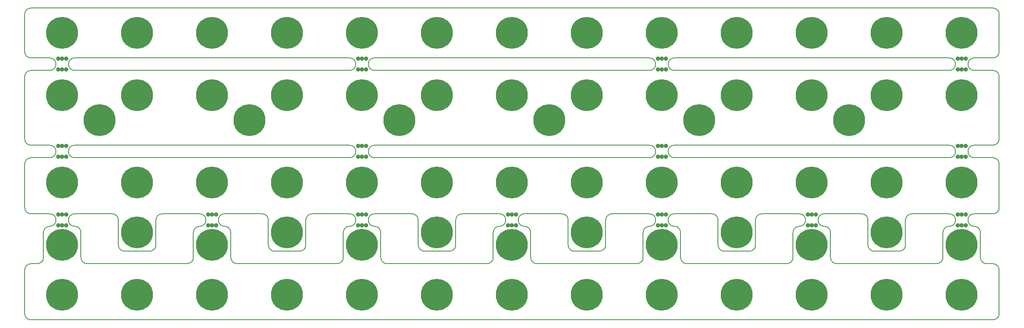
<source format=gbs>
G04 #@! TF.FileFunction,Soldermask,Bot*
%FSLAX46Y46*%
G04 Gerber Fmt 4.6, Leading zero omitted, Abs format (unit mm)*
G04 Created by KiCad (PCBNEW 4.0.1-3.201512221401+6198~38~ubuntu15.10.1-stable) date Sun Feb 21 18:20:38 2016*
%MOMM*%
G01*
G04 APERTURE LIST*
%ADD10C,0.101600*%
%ADD11C,0.150000*%
%ADD12C,6.496000*%
%ADD13C,0.900000*%
G04 APERTURE END LIST*
D10*
D11*
X0Y10160000D02*
X0Y1270000D01*
X1270000Y11430000D02*
X2540000Y11430000D01*
X1270000Y11430000D02*
G75*
G03X0Y10160000I0J-1270000D01*
G01*
X2540000Y11430000D02*
G75*
G03X3810000Y12700000I0J1270000D01*
G01*
X196850000Y11430000D02*
X195580000Y11430000D01*
X198120000Y10160000D02*
G75*
G03X196850000Y11430000I-1270000J0D01*
G01*
X198120000Y1270000D02*
X198120000Y10160000D01*
X194310000Y12700000D02*
G75*
G03X195580000Y11430000I1270000J0D01*
G01*
X5080000Y50800000D02*
G75*
G03X5080000Y53340000I0J1270000D01*
G01*
X10160000Y53340000D02*
G75*
G03X10160000Y50800000I0J-1270000D01*
G01*
X5080000Y50800000D02*
X1270000Y50800000D01*
X1270000Y53340000D02*
X5080000Y53340000D01*
X5080000Y21590000D02*
X1270000Y21590000D01*
X5080000Y19050000D02*
G75*
G03X5080000Y21590000I0J1270000D01*
G01*
X10160000Y21590000D02*
G75*
G03X10160000Y19050000I0J-1270000D01*
G01*
X10160000Y35560000D02*
G75*
G03X10160000Y33020000I0J-1270000D01*
G01*
X5080000Y33020000D02*
G75*
G03X5080000Y35560000I0J1270000D01*
G01*
X5080000Y33020000D02*
X1270000Y33020000D01*
X1270000Y35560000D02*
X5080000Y35560000D01*
X17780000Y21590000D02*
X10160000Y21590000D01*
X19050000Y20320000D02*
G75*
G03X17780000Y21590000I-1270000J0D01*
G01*
X11430000Y17780000D02*
G75*
G03X10160000Y19050000I-1270000J0D01*
G01*
X11430000Y12700000D02*
X11430000Y17780000D01*
X19050000Y15240000D02*
X19050000Y20320000D01*
X11430000Y12700000D02*
G75*
G03X12700000Y11430000I1270000J0D01*
G01*
X19050000Y15240000D02*
G75*
G03X20320000Y13970000I1270000J0D01*
G01*
X33020000Y11430000D02*
X12700000Y11430000D01*
X25400000Y13970000D02*
X20320000Y13970000D01*
X66040000Y33020000D02*
G75*
G03X66040000Y35560000I0J1270000D01*
G01*
X71120000Y35560000D02*
G75*
G03X71120000Y33020000I0J-1270000D01*
G01*
X127000000Y33020000D02*
G75*
G03X127000000Y35560000I0J1270000D01*
G01*
X132080000Y35560000D02*
G75*
G03X132080000Y33020000I0J-1270000D01*
G01*
X187960000Y33020000D02*
G75*
G03X187960000Y35560000I0J1270000D01*
G01*
X193040000Y35560000D02*
G75*
G03X193040000Y33020000I0J-1270000D01*
G01*
X193040000Y53340000D02*
G75*
G03X193040000Y50800000I0J-1270000D01*
G01*
X187960000Y50800000D02*
G75*
G03X187960000Y53340000I0J1270000D01*
G01*
X132080000Y53340000D02*
G75*
G03X132080000Y50800000I0J-1270000D01*
G01*
X127000000Y50800000D02*
G75*
G03X127000000Y53340000I0J1270000D01*
G01*
X71120000Y53340000D02*
G75*
G03X71120000Y50800000I0J-1270000D01*
G01*
X66040000Y50800000D02*
G75*
G03X66040000Y53340000I0J1270000D01*
G01*
X1270000Y63500000D02*
G75*
G03X0Y62230000I0J-1270000D01*
G01*
X0Y62230000D02*
X0Y54610000D01*
X196850000Y63500000D02*
X1270000Y63500000D01*
X198120000Y62230000D02*
X198120000Y54610000D01*
X198120000Y62230000D02*
G75*
G03X196850000Y63500000I-1270000J0D01*
G01*
X196850000Y53340000D02*
G75*
G03X198120000Y54610000I0J1270000D01*
G01*
X198120000Y49530000D02*
X198120000Y36830000D01*
X196850000Y35560000D02*
G75*
G03X198120000Y36830000I0J1270000D01*
G01*
X198120000Y49530000D02*
G75*
G03X196850000Y50800000I-1270000J0D01*
G01*
X0Y49530000D02*
X0Y36830000D01*
X0Y36830000D02*
G75*
G03X1270000Y35560000I1270000J0D01*
G01*
X0Y54610000D02*
G75*
G03X1270000Y53340000I1270000J0D01*
G01*
X1270000Y50800000D02*
G75*
G03X0Y49530000I0J-1270000D01*
G01*
X193040000Y33020000D02*
X196850000Y33020000D01*
X132080000Y33020000D02*
X187960000Y33020000D01*
X71120000Y33020000D02*
X127000000Y33020000D01*
X10160000Y33020000D02*
X66040000Y33020000D01*
X193040000Y53340000D02*
X196850000Y53340000D01*
X132080000Y53340000D02*
X187960000Y53340000D01*
X71120000Y53340000D02*
X127000000Y53340000D01*
X66040000Y53340000D02*
X10160000Y53340000D01*
X66040000Y35560000D02*
X10160000Y35560000D01*
X127000000Y35560000D02*
X71120000Y35560000D01*
X187960000Y35560000D02*
X132080000Y35560000D01*
X193040000Y35560000D02*
X196850000Y35560000D01*
X193040000Y50800000D02*
X196850000Y50800000D01*
X132080000Y50800000D02*
X187960000Y50800000D01*
X71120000Y50800000D02*
X127000000Y50800000D01*
X10160000Y50800000D02*
X66040000Y50800000D01*
X196850000Y21590000D02*
X193040000Y21590000D01*
X185420000Y11430000D02*
X165100000Y11430000D01*
X186690000Y17780000D02*
X186690000Y12700000D01*
X180340000Y21590000D02*
X187960000Y21590000D01*
X179070000Y15240000D02*
X179070000Y20320000D01*
X172720000Y13970000D02*
X177800000Y13970000D01*
X163830000Y17780000D02*
X163830000Y12700000D01*
X171450000Y20320000D02*
X171450000Y15240000D01*
X162560000Y21590000D02*
X170180000Y21590000D01*
X156210000Y17780000D02*
X156210000Y12700000D01*
X149860000Y21590000D02*
X157480000Y21590000D01*
X148590000Y15240000D02*
X148590000Y20320000D01*
X147320000Y13970000D02*
X142240000Y13970000D01*
X134620000Y11430000D02*
X154940000Y11430000D01*
X140970000Y15240000D02*
X140970000Y20320000D01*
X133350000Y17780000D02*
X133350000Y12700000D01*
X132080000Y21590000D02*
X139700000Y21590000D01*
X119380000Y21590000D02*
X127000000Y21590000D01*
X125730000Y17780000D02*
X125730000Y12700000D01*
X118110000Y15240000D02*
X118110000Y20320000D01*
X124460000Y11430000D02*
X104140000Y11430000D01*
X111760000Y13970000D02*
X116840000Y13970000D01*
X110490000Y15240000D02*
X110490000Y20320000D01*
X102870000Y17780000D02*
X102870000Y12700000D01*
X101600000Y21590000D02*
X109220000Y21590000D01*
X88900000Y21590000D02*
X96520000Y21590000D01*
X95250000Y17780000D02*
X95250000Y12700000D01*
X87630000Y15240000D02*
X87630000Y20320000D01*
X93980000Y11430000D02*
X73660000Y11430000D01*
X81280000Y13970000D02*
X86360000Y13970000D01*
X80010000Y20320000D02*
X80010000Y15240000D01*
X72390000Y17780000D02*
X72390000Y12700000D01*
X71120000Y21590000D02*
X78740000Y21590000D01*
X66040000Y21590000D02*
X58420000Y21590000D01*
X64770000Y17780000D02*
X64770000Y12700000D01*
X57150000Y20320000D02*
X57150000Y15240000D01*
X43180000Y11430000D02*
X63500000Y11430000D01*
X50800000Y13970000D02*
X55880000Y13970000D01*
X41910000Y17780000D02*
X41910000Y12700000D01*
X49530000Y20320000D02*
X49530000Y15240000D01*
X40640000Y21590000D02*
X48260000Y21590000D01*
X27940000Y21590000D02*
X35560000Y21590000D01*
X34290000Y17780000D02*
X34290000Y12700000D01*
X26670000Y20320000D02*
X26670000Y15240000D01*
X3810000Y17780000D02*
X3810000Y12700000D01*
X0Y31750000D02*
X0Y22860000D01*
X194310000Y12700000D02*
X194310000Y17780000D01*
X1270000Y0D02*
X196850000Y0D01*
X198120000Y22860000D02*
X198120000Y31750000D01*
X1270000Y33020000D02*
G75*
G03X0Y31750000I0J-1270000D01*
G01*
X0Y1270000D02*
G75*
G03X1270000Y0I1270000J0D01*
G01*
X5080000Y19050000D02*
G75*
G03X3810000Y17780000I0J-1270000D01*
G01*
X0Y22860000D02*
G75*
G03X1270000Y21590000I1270000J0D01*
G01*
X33020000Y11430000D02*
G75*
G03X34290000Y12700000I0J1270000D01*
G01*
X25400000Y13970000D02*
G75*
G03X26670000Y15240000I0J1270000D01*
G01*
X27940000Y21590000D02*
G75*
G03X26670000Y20320000I0J-1270000D01*
G01*
X35560000Y19050000D02*
G75*
G03X34290000Y17780000I0J-1270000D01*
G01*
X41910000Y12700000D02*
G75*
G03X43180000Y11430000I1270000J0D01*
G01*
X49530000Y15240000D02*
G75*
G03X50800000Y13970000I1270000J0D01*
G01*
X41910000Y17780000D02*
G75*
G03X40640000Y19050000I-1270000J0D01*
G01*
X49530000Y20320000D02*
G75*
G03X48260000Y21590000I-1270000J0D01*
G01*
X63500000Y11430000D02*
G75*
G03X64770000Y12700000I0J1270000D01*
G01*
X55880000Y13970000D02*
G75*
G03X57150000Y15240000I0J1270000D01*
G01*
X58420000Y21590000D02*
G75*
G03X57150000Y20320000I0J-1270000D01*
G01*
X66040000Y19050000D02*
G75*
G03X64770000Y17780000I0J-1270000D01*
G01*
X72390000Y12700000D02*
G75*
G03X73660000Y11430000I1270000J0D01*
G01*
X80010000Y15240000D02*
G75*
G03X81280000Y13970000I1270000J0D01*
G01*
X72390000Y17780000D02*
G75*
G03X71120000Y19050000I-1270000J0D01*
G01*
X80010000Y20320000D02*
G75*
G03X78740000Y21590000I-1270000J0D01*
G01*
X93980000Y11430000D02*
G75*
G03X95250000Y12700000I0J1270000D01*
G01*
X86360000Y13970000D02*
G75*
G03X87630000Y15240000I0J1270000D01*
G01*
X88900000Y21590000D02*
G75*
G03X87630000Y20320000I0J-1270000D01*
G01*
X96520000Y19050000D02*
G75*
G03X95250000Y17780000I0J-1270000D01*
G01*
X102870000Y12700000D02*
G75*
G03X104140000Y11430000I1270000J0D01*
G01*
X110490000Y15240000D02*
G75*
G03X111760000Y13970000I1270000J0D01*
G01*
X102870000Y17780000D02*
G75*
G03X101600000Y19050000I-1270000J0D01*
G01*
X110490000Y20320000D02*
G75*
G03X109220000Y21590000I-1270000J0D01*
G01*
X124460000Y11430000D02*
G75*
G03X125730000Y12700000I0J1270000D01*
G01*
X116840000Y13970000D02*
G75*
G03X118110000Y15240000I0J1270000D01*
G01*
X119380000Y21590000D02*
G75*
G03X118110000Y20320000I0J-1270000D01*
G01*
X127000000Y19050000D02*
G75*
G03X125730000Y17780000I0J-1270000D01*
G01*
X140970000Y20320000D02*
G75*
G03X139700000Y21590000I-1270000J0D01*
G01*
X133350000Y17780000D02*
G75*
G03X132080000Y19050000I-1270000J0D01*
G01*
X133350000Y12700000D02*
G75*
G03X134620000Y11430000I1270000J0D01*
G01*
X140970000Y15240000D02*
G75*
G03X142240000Y13970000I1270000J0D01*
G01*
X154940000Y11430000D02*
G75*
G03X156210000Y12700000I0J1270000D01*
G01*
X147320000Y13970000D02*
G75*
G03X148590000Y15240000I0J1270000D01*
G01*
X149860000Y21590000D02*
G75*
G03X148590000Y20320000I0J-1270000D01*
G01*
X157480000Y19050000D02*
G75*
G03X156210000Y17780000I0J-1270000D01*
G01*
X171450000Y20320000D02*
G75*
G03X170180000Y21590000I-1270000J0D01*
G01*
X163830000Y17780000D02*
G75*
G03X162560000Y19050000I-1270000J0D01*
G01*
X163830000Y12700000D02*
G75*
G03X165100000Y11430000I1270000J0D01*
G01*
X171450000Y15240000D02*
G75*
G03X172720000Y13970000I1270000J0D01*
G01*
X177800000Y13970000D02*
G75*
G03X179070000Y15240000I0J1270000D01*
G01*
X185420000Y11430000D02*
G75*
G03X186690000Y12700000I0J1270000D01*
G01*
X198120000Y31750000D02*
G75*
G03X196850000Y33020000I-1270000J0D01*
G01*
X196850000Y0D02*
G75*
G03X198120000Y1270000I0J1270000D01*
G01*
X194310000Y17780000D02*
G75*
G03X193040000Y19050000I-1270000J0D01*
G01*
X196850000Y21590000D02*
G75*
G03X198120000Y22860000I0J1270000D01*
G01*
X180340000Y21590000D02*
G75*
G03X179070000Y20320000I0J-1270000D01*
G01*
X187960000Y19050000D02*
G75*
G03X186690000Y17780000I0J-1270000D01*
G01*
X35560000Y19050000D02*
G75*
G03X35560000Y21590000I0J1270000D01*
G01*
X40640000Y21590000D02*
G75*
G03X40640000Y19050000I0J-1270000D01*
G01*
X66040000Y19050000D02*
G75*
G03X66040000Y21590000I0J1270000D01*
G01*
X71120000Y21590000D02*
G75*
G03X71120000Y19050000I0J-1270000D01*
G01*
X96520000Y19050000D02*
G75*
G03X96520000Y21590000I0J1270000D01*
G01*
X101600000Y21590000D02*
G75*
G03X101600000Y19050000I0J-1270000D01*
G01*
X127000000Y19050000D02*
G75*
G03X127000000Y21590000I0J1270000D01*
G01*
X132080000Y21590000D02*
G75*
G03X132080000Y19050000I0J-1270000D01*
G01*
X157480000Y19050000D02*
G75*
G03X157480000Y21590000I0J1270000D01*
G01*
X162560000Y21590000D02*
G75*
G03X162560000Y19050000I0J-1270000D01*
G01*
X193040000Y21590000D02*
G75*
G03X193040000Y19050000I0J-1270000D01*
G01*
X187960000Y19050000D02*
G75*
G03X187960000Y21590000I0J1270000D01*
G01*
D12*
X7620000Y5080000D03*
X7620000Y15240000D03*
X7620000Y27940000D03*
X7620000Y45720000D03*
X7620000Y58420000D03*
X38100000Y15240000D03*
X68580000Y15240000D03*
X99060000Y15240000D03*
X129540000Y15240000D03*
X160020000Y15240000D03*
X190500000Y15240000D03*
X22860000Y5080000D03*
X38100000Y5080000D03*
X53340000Y5080000D03*
X68580000Y5080000D03*
X83820000Y5080000D03*
X99060000Y5080000D03*
X114300000Y5080000D03*
X129540000Y5080000D03*
X144780000Y5080000D03*
X160020000Y5080000D03*
X175260000Y5080000D03*
X190500000Y5080000D03*
X22860000Y58420000D03*
X53340000Y58420000D03*
X83820000Y58420000D03*
X114300000Y58420000D03*
X144780000Y58420000D03*
X175260000Y58420000D03*
X38100000Y58420000D03*
X68580000Y58420000D03*
X99060000Y58420000D03*
X129540000Y58420000D03*
X160020000Y58420000D03*
X190500000Y58420000D03*
X22860000Y45720000D03*
X38100000Y45720000D03*
X53340000Y45720000D03*
X68580000Y45720000D03*
X83820000Y45720000D03*
X99060000Y45720000D03*
X114300000Y45720000D03*
X129540000Y45720000D03*
X144780000Y45720000D03*
X160020000Y45720000D03*
X175260000Y45720000D03*
X190500000Y45720000D03*
X15240000Y40640000D03*
X45720000Y40640000D03*
X76200000Y40640000D03*
X106680000Y40640000D03*
X137160000Y40640000D03*
X167640000Y40640000D03*
X22860000Y27940000D03*
X38100000Y27940000D03*
X53340000Y27940000D03*
X68580000Y27940000D03*
X83820000Y27940000D03*
X99060000Y27940000D03*
X114300000Y27940000D03*
X129540000Y27940000D03*
X144780000Y27940000D03*
X160020000Y27940000D03*
X175260000Y27940000D03*
X190500000Y27940000D03*
X22860000Y17780000D03*
X53340000Y17780000D03*
X83820000Y17780000D03*
X114300000Y17780000D03*
X144780000Y17780000D03*
X175260000Y17780000D03*
D13*
X7620000Y53170000D03*
X7620000Y50970000D03*
X8420000Y53170000D03*
X6820000Y53170000D03*
X6820000Y50970000D03*
X8420000Y50970000D03*
X68580000Y53170000D03*
X68580000Y50970000D03*
X69380000Y53170000D03*
X67780000Y53170000D03*
X67780000Y50970000D03*
X69380000Y50970000D03*
X129540000Y53170000D03*
X129540000Y50970000D03*
X130340000Y53170000D03*
X128740000Y53170000D03*
X128740000Y50970000D03*
X130340000Y50970000D03*
X190500000Y53170000D03*
X190500000Y50970000D03*
X191300000Y53170000D03*
X189700000Y53170000D03*
X189700000Y50970000D03*
X191300000Y50970000D03*
X7620000Y35390000D03*
X7620000Y33190000D03*
X8420000Y35390000D03*
X6820000Y35390000D03*
X6820000Y33190000D03*
X8420000Y33190000D03*
X68580000Y35390000D03*
X68580000Y33190000D03*
X69380000Y35390000D03*
X67780000Y35390000D03*
X67780000Y33190000D03*
X69380000Y33190000D03*
X129540000Y35390000D03*
X129540000Y33190000D03*
X130340000Y35390000D03*
X128740000Y35390000D03*
X128740000Y33190000D03*
X130340000Y33190000D03*
X190500000Y35390000D03*
X190500000Y33190000D03*
X191300000Y35390000D03*
X189700000Y35390000D03*
X189700000Y33190000D03*
X191300000Y33190000D03*
X7620000Y21420000D03*
X7620000Y19220000D03*
X8420000Y21420000D03*
X6820000Y21420000D03*
X6820000Y19220000D03*
X8420000Y19220000D03*
X38100000Y21420000D03*
X38100000Y19220000D03*
X38900000Y21420000D03*
X37300000Y21420000D03*
X37300000Y19220000D03*
X38900000Y19220000D03*
X68580000Y21420000D03*
X68580000Y19220000D03*
X69380000Y21420000D03*
X67780000Y21420000D03*
X67780000Y19220000D03*
X69380000Y19220000D03*
X99060000Y21420000D03*
X99060000Y19220000D03*
X99860000Y21420000D03*
X98260000Y21420000D03*
X98260000Y19220000D03*
X99860000Y19220000D03*
X129540000Y21420000D03*
X129540000Y19220000D03*
X130340000Y21420000D03*
X128740000Y21420000D03*
X128740000Y19220000D03*
X130340000Y19220000D03*
X160020000Y21420000D03*
X160020000Y19220000D03*
X160820000Y21420000D03*
X159220000Y21420000D03*
X159220000Y19220000D03*
X160820000Y19220000D03*
X190500000Y21420000D03*
X190500000Y19220000D03*
X191300000Y21420000D03*
X189700000Y21420000D03*
X189700000Y19220000D03*
X191300000Y19220000D03*
M02*

</source>
